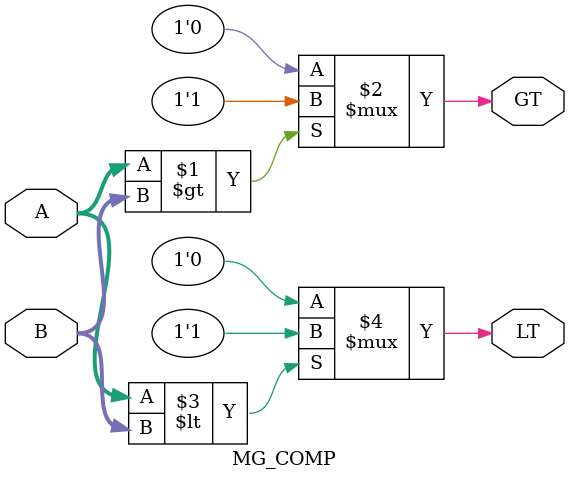
<source format=v>
module MG_COMP(
  input [1:0] A,
  input [1:0] B,
  output GT,
  output LT
);

  assign GT = (A > B) ? 1'b1 : 1'b0;
  assign LT = (A < B) ? 1'b1 : 1'b0;

endmodule


</source>
